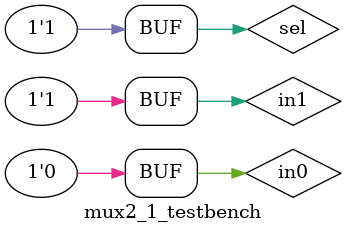
<source format=sv>
`timescale 1ns/10ps

module mux2_1(out, in0, in1, sel);   
	output logic out;    
	input  logic in0, in1, sel; 
	logic out1, out2;
	parameter delay = 5;

	and #delay (out1, in1, sel);
	and #delay (out2, in0, ~sel);
	or  #delay (out, out1, out2);

endmodule

module mux2_1_testbench();
	logic in0, in1, out, sel;
	parameter delay = 50;
	
	mux2_1 dut (.out, .in0, .in1, .sel);
	
	initial begin
		in0 = 1'b1;
		in1 = 1'b0;
		sel = 1'b0;
		#delay;
		assert(in0 == out);
		
		in0 = 1'b1;
		in1 = 1'b0;
		sel = 1'b1;
		#delay;
		assert(in1 == out);
		
		in0 = 1'b0;
		in1 = 1'b1;
		#delay;
		assert(in1 == out);
	end
endmodule

</source>
